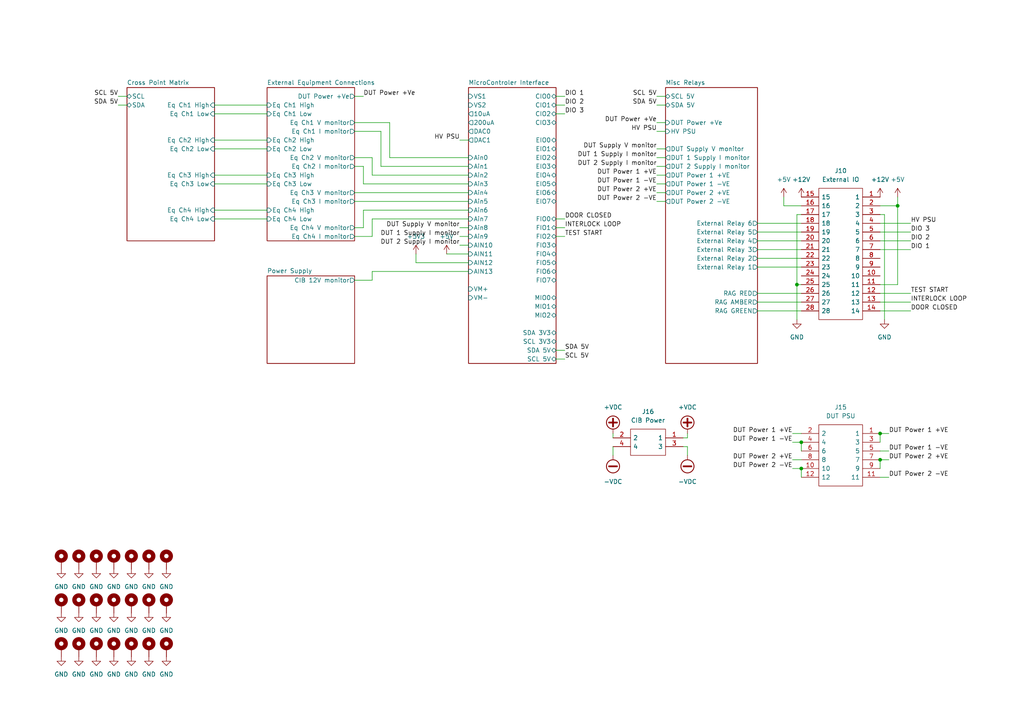
<source format=kicad_sch>
(kicad_sch (version 20211123) (generator eeschema)
  (paper "A4")
  (title_block (title "CIB PCB") (date "2022-05-27") (company "ChargePoint, Inc"))
  (lib_symbols
    (symbol "Component Search Engine:Pluggable Terminal Blocks SDC 2,5{slash} 4-PV-5,0 0-ZB" (pin_names (offset 0.762))
      (property "Reference" "J" (at 16.51 7.62 0))
      (property "Value" "Pluggable Terminal Blocks SDC 2,5{slash} 4-PV-5,0 0-ZB" (at 16.51 5.08 0))
      (symbol "Pluggable Terminal Blocks SDC 2,5{slash} 4-PV-5,0 0-ZB_0_0"
        (pin passive line (at 20.32 0 180) (length 5.08) (name "1") (number "1"))
        (pin passive line (at 0 0 0) (length 5.08) (name "2") (number "2"))
        (pin passive line (at 20.32 -2.54 180) (length 5.08) (name "3") (number "3"))
        (pin passive line (at 0 -2.54 0) (length 5.08) (name "4") (number "4"))
      )
      (symbol "Pluggable Terminal Blocks SDC 2,5{slash} 4-PV-5,0 0-ZB_0_1"
        (polyline (pts (xy 5.08 2.54) (xy 15.24 2.54) (xy 15.24 -5.08) (xy 5.08 -5.08) (xy 5.08 2.54)) (stroke (width 0.1524)))
      )
    )
    (symbol "Component Search Engine:Pluggable Terminal Blocks SDC 2,5{slash}12-PV-5,0 0-ZB" (pin_names (offset 0.762))
      (property "Reference" "J" (at 19.05 7.62 0))
      (property "Value" "Pluggable Terminal Blocks SDC 2,5{slash}12-PV-5,0 0-ZB" (at 19.05 5.08 0))
      (symbol "Pluggable Terminal Blocks SDC 2,5{slash}12-PV-5,0 0-ZB_0_0"
        (pin passive line (at 22.86 0 180) (length 5.08) (name "1") (number "1"))
        (pin passive line (at 0 -10.16 0) (length 5.08) (name "10") (number "10"))
        (pin passive line (at 22.86 -12.7 180) (length 5.08) (name "11") (number "11"))
        (pin passive line (at 0 -12.7 0) (length 5.08) (name "12") (number "12"))
        (pin passive line (at 0 0 0) (length 5.08) (name "2") (number "2"))
        (pin passive line (at 22.86 -2.54 180) (length 5.08) (name "3") (number "3"))
        (pin passive line (at 0 -2.54 0) (length 5.08) (name "4") (number "4"))
        (pin passive line (at 22.86 -5.08 180) (length 5.08) (name "5") (number "5"))
        (pin passive line (at 0 -5.08 0) (length 5.08) (name "6") (number "6"))
        (pin passive line (at 22.86 -7.62 180) (length 5.08) (name "7") (number "7"))
        (pin passive line (at 0 -7.62 0) (length 5.08) (name "8") (number "8"))
        (pin passive line (at 22.86 -10.16 180) (length 5.08) (name "9") (number "9"))
      )
      (symbol "Pluggable Terminal Blocks SDC 2,5{slash}12-PV-5,0 0-ZB_0_1"
        (polyline (pts (xy 5.08 2.54) (xy 17.78 2.54) (xy 17.78 -15.24) (xy 5.08 -15.24) (xy 5.08 2.54)) (stroke (width 0.1524)))
      )
    )
    (symbol "Component Search Engine:Pluggable Terminal Blocks SDDC 1,5{slash} 14-PV-3,5" (pin_names (offset 0.762))
      (property "Reference" "J" (at 19.05 7.62 0))
      (property "Value" "Pluggable Terminal Blocks SDDC 1,5{slash} 14-PV-3,5" (at 19.05 5.08 0))
      (symbol "Pluggable Terminal Blocks SDDC 1,5{slash} 14-PV-3,5_0_0"
        (pin passive line (at 22.86 0 180) (length 5.08) (name "1") (number "1"))
        (pin passive line (at 22.86 -22.86 180) (length 5.08) (name "10") (number "10"))
        (pin passive line (at 22.86 -25.4 180) (length 5.08) (name "11") (number "11"))
        (pin passive line (at 22.86 -27.94 180) (length 5.08) (name "12") (number "12"))
        (pin passive line (at 22.86 -30.48 180) (length 5.08) (name "13") (number "13"))
        (pin passive line (at 22.86 -33.02 180) (length 5.08) (name "14") (number "14"))
        (pin passive line (at 0 0 0) (length 5.08) (name "15") (number "15"))
        (pin passive line (at 0 -2.54 0) (length 5.08) (name "16") (number "16"))
        (pin passive line (at 0 -5.08 0) (length 5.08) (name "17") (number "17"))
        (pin passive line (at 0 -7.62 0) (length 5.08) (name "18") (number "18"))
        (pin passive line (at 0 -10.16 0) (length 5.08) (name "19") (number "19"))
        (pin passive line (at 22.86 -2.54 180) (length 5.08) (name "2") (number "2"))
        (pin passive line (at 0 -12.7 0) (length 5.08) (name "20") (number "20"))
        (pin passive line (at 0 -15.24 0) (length 5.08) (name "21") (number "21"))
        (pin passive line (at 0 -17.78 0) (length 5.08) (name "22") (number "22"))
        (pin passive line (at 0 -20.32 0) (length 5.08) (name "23") (number "23"))
        (pin passive line (at 0 -22.86 0) (length 5.08) (name "24") (number "24"))
        (pin passive line (at 0 -25.4 0) (length 5.08) (name "25") (number "25"))
        (pin passive line (at 0 -27.94 0) (length 5.08) (name "26") (number "26"))
        (pin passive line (at 0 -30.48 0) (length 5.08) (name "27") (number "27"))
        (pin passive line (at 0 -33.02 0) (length 5.08) (name "28") (number "28"))
        (pin passive line (at 22.86 -5.08 180) (length 5.08) (name "3") (number "3"))
        (pin passive line (at 22.86 -7.62 180) (length 5.08) (name "4") (number "4"))
        (pin passive line (at 22.86 -10.16 180) (length 5.08) (name "5") (number "5"))
        (pin passive line (at 22.86 -12.7 180) (length 5.08) (name "6") (number "6"))
        (pin passive line (at 22.86 -15.24 180) (length 5.08) (name "7") (number "7"))
        (pin passive line (at 22.86 -17.78 180) (length 5.08) (name "8") (number "8"))
        (pin passive line (at 22.86 -20.32 180) (length 5.08) (name "9") (number "9"))
      )
      (symbol "Pluggable Terminal Blocks SDDC 1,5{slash} 14-PV-3,5_0_1"
        (polyline (pts (xy 5.08 2.54) (xy 17.78 2.54) (xy 17.78 -35.56) (xy 5.08 -35.56) (xy 5.08 2.54)) (stroke (width 0.1524)))
      )
    )
    (symbol "Mechanical:MountingHole_Pad" (pin_numbers hide) (pin_names (offset 1.016) hide)
      (property "Reference" "H" (at 0 6.35 0))
      (property "Value" "MountingHole_Pad" (at 0 4.445 0))
      (symbol "MountingHole_Pad_0_1"
        (circle (center 0 1.27) (radius 1.27) (stroke (width 1.27)))
      )
      (symbol "MountingHole_Pad_1_1"
        (pin input line (at 0 -2.54 90) (length 2.54) (name "1") (number "1"))
      )
    )
    (symbol "power:+12V" (power) (pin_names (offset 0))
      (property "Value" "+12V" (at 0 3.556 0))
      (symbol "+12V_0_1"
        (polyline (pts (xy -0.762 1.27) (xy 0 2.54)))
        (polyline (pts (xy 0 0) (xy 0 2.54)))
        (polyline (pts (xy 0 2.54) (xy 0.762 1.27)))
      )
      (symbol "+12V_1_1"
        (pin power_in line (at 0 0 90) (length 0) hide (name "+12V") (number "1"))
      )
    )
    (symbol "power:+3V3" (power) (pin_names (offset 0))
      (property "Value" "+3V3" (at 0 3.556 0))
      (symbol "+3V3_0_1"
        (polyline (pts (xy -0.762 1.27) (xy 0 2.54)))
        (polyline (pts (xy 0 0) (xy 0 2.54)))
        (polyline (pts (xy 0 2.54) (xy 0.762 1.27)))
      )
      (symbol "+3V3_1_1"
        (pin power_in line (at 0 0 90) (length 0) hide (name "+3V3") (number "1"))
      )
    )
    (symbol "power:+5V" (power) (pin_names (offset 0))
      (property "Value" "+5V" (at 0 3.556 0))
      (symbol "+5V_0_1"
        (polyline (pts (xy -0.762 1.27) (xy 0 2.54)))
        (polyline (pts (xy 0 0) (xy 0 2.54)))
        (polyline (pts (xy 0 2.54) (xy 0.762 1.27)))
      )
      (symbol "+5V_1_1"
        (pin power_in line (at 0 0 90) (length 0) hide (name "+5V") (number "1"))
      )
    )
    (symbol "power:+VDC" (power) (pin_names (offset 0))
      (property "Value" "+VDC" (at 0 6.35 0))
      (symbol "+VDC_0_1"
        (polyline (pts (xy -1.143 3.175) (xy 1.143 3.175)) (stroke (width 0.508)))
        (polyline (pts (xy 0 0) (xy 0 1.27)))
        (polyline (pts (xy 0 2.032) (xy 0 4.318)) (stroke (width 0.508)))
        (circle (center 0 3.175) (radius 1.905) (stroke (width 0.254)))
      )
      (symbol "+VDC_1_1"
        (pin power_in line (at 0 0 90) (length 0) hide (name "+VDC") (number "1"))
      )
    )
    (symbol "power:-VDC" (power) (pin_names (offset 0))
      (property "Value" "-VDC" (at 0 6.35 0))
      (symbol "-VDC_0_1"
        (polyline (pts (xy -1.143 3.175) (xy 1.143 3.175)) (stroke (width 0.508)))
        (polyline (pts (xy 0 0) (xy 0 1.27)))
        (circle (center 0 3.175) (radius 1.905) (stroke (width 0.254)))
      )
      (symbol "-VDC_1_1"
        (pin power_in line (at 0 0 90) (length 0) hide (name "-VDC") (number "1"))
      )
    )
    (symbol "power:GND" (power) (pin_names (offset 0))
      (property "Value" "GND" (at 0 -3.81 0))
      (symbol "GND_0_1"
        (polyline (pts (xy 0 0) (xy 0 -1.27) (xy 1.27 -1.27) (xy 0 -2.54) (xy -1.27 -1.27) (xy 0 -1.27)))
      )
      (symbol "GND_1_1"
        (pin power_in line (at 0 0 270) (length 0) hide (name "GND") (number "1"))
      )
    )
  )
  (junction (at 232.41 128.27))
  (junction (at 260.35 59.69))
  (junction (at 231.14 82.55))
  (junction (at 255.27 125.73))
  (junction (at 255.27 133.35))
  (junction (at 232.41 135.89))
  (wire (pts (xy 219.71 74.93) (xy 232.41 74.93)))
  (wire (pts (xy 102.87 58.42) (xy 135.89 58.42)))
  (wire (pts (xy 232.41 128.27) (xy 232.41 130.81)))
  (wire (pts (xy 107.95 68.58) (xy 107.95 63.5)))
  (wire (pts (xy 102.87 66.04) (xy 105.41 66.04)))
  (wire (pts (xy 190.5 45.72) (xy 193.04 45.72)))
  (wire (pts (xy 257.81 130.81) (xy 255.27 130.81)))
  (wire (pts (xy 105.41 27.94) (xy 102.87 27.94)))
  (wire (pts (xy 229.87 135.89) (xy 232.41 135.89)))
  (wire (pts (xy 219.71 64.77) (xy 232.41 64.77)))
  (wire (pts (xy 260.35 82.55) (xy 260.35 59.69)))
  (wire (pts (xy 255.27 62.23) (xy 256.54 62.23)))
  (wire (pts (xy 219.71 90.17) (xy 232.41 90.17)))
  (wire (pts (xy 34.29 27.94) (xy 36.83 27.94)))
  (wire (pts (xy 161.29 27.94) (xy 163.83 27.94)))
  (wire (pts (xy 255.27 85.09) (xy 264.16 85.09)))
  (wire (pts (xy 255.27 59.69) (xy 260.35 59.69)))
  (wire (pts (xy 229.87 128.27) (xy 232.41 128.27)))
  (wire (pts (xy 105.41 66.04) (xy 105.41 60.96)))
  (wire (pts (xy 62.23 53.34) (xy 77.47 53.34)))
  (wire (pts (xy 264.16 67.31) (xy 255.27 67.31)))
  (wire (pts (xy 255.27 90.17) (xy 264.16 90.17)))
  (wire (pts (xy 190.5 43.18) (xy 193.04 43.18)))
  (wire (pts (xy 177.8 127) (xy 177.8 125.73)))
  (wire (pts (xy 264.16 69.85) (xy 255.27 69.85)))
  (wire (pts (xy 231.14 92.71) (xy 231.14 82.55)))
  (wire (pts (xy 105.41 53.34) (xy 135.89 53.34)))
  (wire (pts (xy 161.29 66.04) (xy 163.83 66.04)))
  (wire (pts (xy 161.29 101.6) (xy 163.83 101.6)))
  (wire (pts (xy 105.41 60.96) (xy 135.89 60.96)))
  (wire (pts (xy 190.5 58.42) (xy 193.04 58.42)))
  (wire (pts (xy 219.71 67.31) (xy 232.41 67.31)))
  (wire (pts (xy 133.35 71.12) (xy 135.89 71.12)))
  (wire (pts (xy 133.35 40.64) (xy 135.89 40.64)))
  (wire (pts (xy 102.87 55.88) (xy 135.89 55.88)))
  (wire (pts (xy 257.81 125.73) (xy 255.27 125.73)))
  (wire (pts (xy 231.14 62.23) (xy 232.41 62.23)))
  (wire (pts (xy 161.29 104.14) (xy 163.83 104.14)))
  (wire (pts (xy 199.39 127) (xy 199.39 125.73)))
  (wire (pts (xy 161.29 63.5) (xy 163.83 63.5)))
  (wire (pts (xy 102.87 35.56) (xy 113.03 35.56)))
  (wire (pts (xy 190.5 55.88) (xy 193.04 55.88)))
  (wire (pts (xy 219.71 85.09) (xy 232.41 85.09)))
  (wire (pts (xy 102.87 48.26) (xy 105.41 48.26)))
  (wire (pts (xy 62.23 40.64) (xy 77.47 40.64)))
  (wire (pts (xy 229.87 125.73) (xy 232.41 125.73)))
  (wire (pts (xy 231.14 82.55) (xy 231.14 62.23)))
  (wire (pts (xy 102.87 45.72) (xy 107.95 45.72)))
  (wire (pts (xy 190.5 48.26) (xy 193.04 48.26)))
  (wire (pts (xy 255.27 125.73) (xy 255.27 128.27)))
  (wire (pts (xy 107.95 81.28) (xy 107.95 78.74)))
  (wire (pts (xy 255.27 82.55) (xy 260.35 82.55)))
  (wire (pts (xy 256.54 62.23) (xy 256.54 92.71)))
  (wire (pts (xy 120.65 76.2) (xy 120.65 73.66)))
  (wire (pts (xy 62.23 60.96) (xy 77.47 60.96)))
  (wire (pts (xy 227.33 57.15) (xy 227.33 59.69)))
  (wire (pts (xy 190.5 50.8) (xy 193.04 50.8)))
  (wire (pts (xy 102.87 38.1) (xy 110.49 38.1)))
  (wire (pts (xy 219.71 72.39) (xy 232.41 72.39)))
  (wire (pts (xy 232.41 135.89) (xy 232.41 138.43)))
  (wire (pts (xy 62.23 63.5) (xy 77.47 63.5)))
  (wire (pts (xy 190.5 30.48) (xy 193.04 30.48)))
  (wire (pts (xy 190.5 53.34) (xy 193.04 53.34)))
  (wire (pts (xy 198.12 127) (xy 199.39 127)))
  (wire (pts (xy 133.35 68.58) (xy 135.89 68.58)))
  (wire (pts (xy 161.29 33.02) (xy 163.83 33.02)))
  (wire (pts (xy 110.49 38.1) (xy 110.49 48.26)))
  (wire (pts (xy 198.12 129.54) (xy 199.39 129.54)))
  (wire (pts (xy 62.23 50.8) (xy 77.47 50.8)))
  (wire (pts (xy 219.71 77.47) (xy 232.41 77.47)))
  (wire (pts (xy 105.41 48.26) (xy 105.41 53.34)))
  (wire (pts (xy 129.54 73.66) (xy 135.89 73.66)))
  (wire (pts (xy 219.71 87.63) (xy 232.41 87.63)))
  (wire (pts (xy 257.81 133.35) (xy 255.27 133.35)))
  (wire (pts (xy 110.49 48.26) (xy 135.89 48.26)))
  (wire (pts (xy 257.81 138.43) (xy 255.27 138.43)))
  (wire (pts (xy 161.29 30.48) (xy 163.83 30.48)))
  (wire (pts (xy 113.03 45.72) (xy 135.89 45.72)))
  (wire (pts (xy 133.35 66.04) (xy 135.89 66.04)))
  (wire (pts (xy 190.5 35.56) (xy 193.04 35.56)))
  (wire (pts (xy 264.16 64.77) (xy 255.27 64.77)))
  (wire (pts (xy 264.16 72.39) (xy 255.27 72.39)))
  (wire (pts (xy 62.23 30.48) (xy 77.47 30.48)))
  (wire (pts (xy 120.65 76.2) (xy 135.89 76.2)))
  (wire (pts (xy 227.33 59.69) (xy 232.41 59.69)))
  (wire (pts (xy 229.87 133.35) (xy 232.41 133.35)))
  (wire (pts (xy 62.23 43.18) (xy 77.47 43.18)))
  (wire (pts (xy 34.29 30.48) (xy 36.83 30.48)))
  (wire (pts (xy 190.5 38.1) (xy 193.04 38.1)))
  (wire (pts (xy 177.8 129.54) (xy 177.8 132.08)))
  (wire (pts (xy 255.27 133.35) (xy 255.27 135.89)))
  (wire (pts (xy 260.35 59.69) (xy 260.35 57.15)))
  (wire (pts (xy 161.29 68.58) (xy 163.83 68.58)))
  (wire (pts (xy 107.95 50.8) (xy 135.89 50.8)))
  (wire (pts (xy 190.5 27.94) (xy 193.04 27.94)))
  (wire (pts (xy 102.87 81.28) (xy 107.95 81.28)))
  (wire (pts (xy 219.71 69.85) (xy 232.41 69.85)))
  (wire (pts (xy 231.14 82.55) (xy 232.41 82.55)))
  (wire (pts (xy 113.03 35.56) (xy 113.03 45.72)))
  (wire (pts (xy 62.23 33.02) (xy 77.47 33.02)))
  (wire (pts (xy 107.95 78.74) (xy 135.89 78.74)))
  (wire (pts (xy 199.39 129.54) (xy 199.39 132.08)))
  (wire (pts (xy 107.95 45.72) (xy 107.95 50.8)))
  (wire (pts (xy 102.87 68.58) (xy 107.95 68.58)))
  (wire (pts (xy 255.27 87.63) (xy 264.16 87.63)))
  (wire (pts (xy 107.95 63.5) (xy 135.89 63.5)))
  (label "DIO 3" (at 163.83 33.02 0))
  (label "DUT Power 2 -VE" (at 229.87 135.89 180))
  (label "DUT 1 Supply I monitor" (at 133.35 68.58 180))
  (label "TEST START" (at 264.16 85.09 0))
  (label "DOOR CLOSED" (at 163.83 63.5 0))
  (label "DUT Power +Ve" (at 105.41 27.94 0))
  (label "DUT Power 1 -VE" (at 257.81 130.81 0))
  (label "INTERLOCK LOOP" (at 264.16 87.63 0))
  (label "DUT Power 2 -VE" (at 190.5 58.42 180))
  (label "DUT Power 1 +VE" (at 229.87 125.73 180))
  (label "DUT 2 Supply I monitor" (at 133.35 71.12 180))
  (label "DUT Power 2 +VE" (at 190.5 55.88 180))
  (label "DUT Power 2 +VE" (at 257.81 133.35 0))
  (label "HV PSU" (at 264.16 64.77 0))
  (label "DIO 3" (at 264.16 67.31 0))
  (label "DOOR CLOSED" (at 264.16 90.17 0))
  (label "DIO 1" (at 163.83 27.94 0))
  (label "SCL 5V" (at 163.83 104.14 0))
  (label "SCL 5V" (at 190.5 27.94 180))
  (label "HV PSU" (at 190.5 38.1 180))
  (label "DUT Power 2 +VE" (at 229.87 133.35 180))
  (label "DIO 2" (at 264.16 69.85 0))
  (label "INTERLOCK LOOP" (at 163.83 66.04 0))
  (label "DUT Power 1 -VE" (at 190.5 53.34 180))
  (label "DUT 1 Supply I monitor" (at 190.5 45.72 180))
  (label "SDA 5V" (at 163.83 101.6 0))
  (label "SDA 5V" (at 190.5 30.48 180))
  (label "DIO 1" (at 264.16 72.39 0))
  (label "DUT Power 2 -VE" (at 257.81 138.43 0))
  (label "DUT Power 1 -VE" (at 229.87 128.27 180))
  (label "DUT Supply V monitor" (at 133.35 66.04 180))
  (label "SCL 5V" (at 34.29 27.94 180))
  (label "SDA 5V" (at 34.29 30.48 180))
  (label "DIO 2" (at 163.83 30.48 0))
  (label "TEST START" (at 163.83 68.58 0))
  (label "DUT Power +Ve" (at 190.5 35.56 180))
  (label "DUT Power 1 +VE" (at 257.81 125.73 0))
  (label "DUT 2 Supply I monitor" (at 190.5 48.26 180))
  (label "DUT Power 1 +VE" (at 190.5 50.8 180))
  (label "HV PSU" (at 133.35 40.64 180))
  (label "DUT Supply V monitor" (at 190.5 43.18 180))
  (symbol (lib_id "Mechanical:MountingHole_Pad") (at 48.26 162.56 0) (unit 1)
    (property "Reference" "H19" (effects hide))
    (property "Value" "M4" (effects hide))
    (property "Footprint" "MountingHole:MountingHole_4.3mm_M4_DIN965_Pad" (effects hide))
    (property "Description" "4mm ⌀ Mounting Holes" (effects hide))
  )
  (symbol (lib_id "power:GND") (at 48.26 177.8 0) (unit 1)
    (property "Reference" "#PWR0380" (effects hide))
    (property "Value" "GND" (at 48.26 182.88 0))
  )
  (symbol (lib_id "power:+5V") (at 129.54 73.66 0) (unit 1)
    (property "Reference" "#PWR0201" (effects hide))
    (property "Value" "+5V" (at 129.54 68.58 0))
  )
  (symbol (lib_id "power:GND") (at 17.78 177.8 0) (unit 1)
    (property "Reference" "#PWR04" (effects hide))
    (property "Value" "GND" (at 17.78 182.88 0))
  )
  (symbol (lib_id "power:GND") (at 43.18 165.1 0) (unit 1)
    (property "Reference" "#PWR0401" (effects hide))
    (property "Value" "GND" (at 43.18 170.18 0))
  )
  (symbol (lib_id "power:GND") (at 43.18 190.5 0) (unit 1)
    (property "Reference" "#PWR0402" (effects hide))
    (property "Value" "GND" (at 43.18 195.58 0))
  )
  (symbol (lib_id "power:GND") (at 48.26 165.1 0) (unit 1)
    (property "Reference" "#PWR0379" (effects hide))
    (property "Value" "GND" (at 48.26 170.18 0))
  )
  (symbol (lib_id "Mechanical:MountingHole_Pad") (at 38.1 187.96 0) (unit 1)
    (property "Reference" "H15" (effects hide))
    (property "Value" "M4" (effects hide))
    (property "Footprint" "MountingHole:MountingHole_4.3mm_M4_DIN965_Pad" (effects hide))
    (property "Description" "4mm ⌀ Mounting Holes" (effects hide))
  )
  (symbol (lib_id "Mechanical:MountingHole_Pad") (at 43.18 175.26 0) (unit 1)
    (property "Reference" "H17" (effects hide))
    (property "Value" "M4" (effects hide))
    (property "Footprint" "MountingHole:MountingHole_4.3mm_M4_DIN965_Pad" (effects hide))
    (property "Description" "4mm ⌀ Mounting Holes" (effects hide))
  )
  (symbol (lib_id "Mechanical:MountingHole_Pad") (at 48.26 187.96 0) (unit 1)
    (property "Reference" "H21" (effects hide))
    (property "Value" "M4" (effects hide))
    (property "Footprint" "MountingHole:MountingHole_4.3mm_M4_DIN965_Pad" (effects hide))
    (property "Description" "4mm ⌀ Mounting Holes" (effects hide))
  )
  (symbol (lib_id "power:GND") (at 22.86 177.8 0) (unit 1)
    (property "Reference" "#PWR05" (effects hide))
    (property "Value" "GND" (at 22.86 182.88 0))
  )
  (symbol (lib_id "Component Search Engine:Pluggable Terminal Blocks SDDC 1,5{slash} 14-PV-3,5") (at 232.41 57.15 0) (unit 1)
    (property "Reference" "J10" (at 243.84 49.53 0))
    (property "Value" "External IO" (at 243.84 52.07 0))
    (property "Footprint" "Component Search Engine:Pluggable Terminal Blocks SDDC 1,5 14-PV-3,5" (effects hide))
    (property "Datasheet" "https://datasheet.datasheetarchive.com/originals/distributors/DKDS-4/71074.pdf" (effects hide))
    (property "Description" "Pluggable Terminal Blocks SDDC 1,5/ 14-PV-3,5" (effects hide))
    (property "Manufacturer" "Phoenix Contact" (effects hide))
    (property "Manufacturer #" "1848684" (effects hide))
    (property "Mouser Part Number" "651-1848765" (effects hide))
    (property "Mouser Price/Stock" "https://www.mouser.co.uk/ProductDetail/Phoenix-Contact/1848765?qs=0kYgdqhPduEzMECWyGhNIA%3D%3D" (effects hide))
    (property "Arrow Part Number" "1848684" (effects hide))
    (property "Arrow Price/Stock" "https://www.arrow.com/en/products/1848684/phoenix-contact?region=nac" (effects hide))
    (property "Manufacturer_Part_Number" "1848765" (effects hide))
  )
  (symbol (lib_id "Mechanical:MountingHole_Pad") (at 22.86 175.26 0) (unit 1)
    (property "Reference" "H5" (effects hide))
    (property "Value" "M4" (effects hide))
    (property "Footprint" "MountingHole:MountingHole_4.3mm_M4_DIN965_Pad" (effects hide))
    (property "Description" "4mm ⌀ Mounting Holes" (effects hide))
  )
  (symbol (lib_id "power:GND") (at 17.78 190.5 0) (unit 1)
    (property "Reference" "#PWR07" (effects hide))
    (property "Value" "GND" (at 17.78 195.58 0))
  )
  (symbol (lib_id "power:GND") (at 231.14 92.71 0) (unit 1)
    (property "Reference" "#PWR0416" (effects hide))
    (property "Value" "GND" (at 231.14 97.79 0))
  )
  (symbol (lib_id "Mechanical:MountingHole_Pad") (at 33.02 162.56 0) (unit 1)
    (property "Reference" "H10" (effects hide))
    (property "Value" "M4" (effects hide))
    (property "Footprint" "MountingHole:MountingHole_4.3mm_M4_DIN965_Pad" (effects hide))
    (property "Description" "4mm ⌀ Mounting Holes" (effects hide))
  )
  (symbol (lib_id "Mechanical:MountingHole_Pad") (at 27.94 162.56 0) (unit 1)
    (property "Reference" "H3" (effects hide))
    (property "Value" "M4" (effects hide))
    (property "Footprint" "MountingHole:MountingHole_4.3mm_M4_DIN965_Pad" (effects hide))
    (property "Description" "4mm ⌀ Mounting Holes" (effects hide))
  )
  (symbol (lib_id "power:+5V") (at 260.35 57.15 0) (unit 1)
    (property "Reference" "#PWR0417" (effects hide))
    (property "Value" "+5V" (at 260.35 52.07 0))
  )
  (symbol (lib_id "power:-VDC") (at 177.8 132.08 180) (unit 1)
    (property "Reference" "#PWR0204" (effects hide))
    (property "Value" "-VDC" (at 177.8 139.7 0))
  )
  (symbol (lib_id "Mechanical:MountingHole_Pad") (at 33.02 187.96 0) (unit 1)
    (property "Reference" "H14" (effects hide))
    (property "Value" "M4" (effects hide))
    (property "Footprint" "MountingHole:MountingHole_4.3mm_M4_DIN965_Pad" (effects hide))
    (property "Description" "4mm ⌀ Mounting Holes" (effects hide))
  )
  (symbol (lib_id "power:-VDC") (at 199.39 132.08 180) (unit 1)
    (property "Reference" "#PWR0394" (effects hide))
    (property "Value" "-VDC" (at 199.39 139.7 0))
  )
  (symbol (lib_id "power:GND") (at 27.94 190.5 0) (unit 1)
    (property "Reference" "#PWR09" (effects hide))
    (property "Value" "GND" (at 27.94 195.58 0))
  )
  (symbol (lib_id "Mechanical:MountingHole_Pad") (at 22.86 162.56 0) (unit 1)
    (property "Reference" "H2" (effects hide))
    (property "Value" "M4" (effects hide))
    (property "Footprint" "MountingHole:MountingHole_4.3mm_M4_DIN965_Pad" (effects hide))
    (property "Description" "4mm ⌀ Mounting Holes" (effects hide))
  )
  (symbol (lib_id "power:GND") (at 38.1 190.5 0) (unit 1)
    (property "Reference" "#PWR0368" (effects hide))
    (property "Value" "GND" (at 38.1 195.58 0))
  )
  (symbol (lib_id "Component Search Engine:Pluggable Terminal Blocks SDC 2,5{slash} 4-PV-5,0 0-ZB") (at 177.8 127 0) (unit 1)
    (property "Reference" "J16" (at 187.96 119.38 0))
    (property "Value" "CIB Power" (at 187.96 121.92 0))
    (property "Footprint" "1864053" (effects hide))
    (property "Datasheet" "https://datasheet.datasheetarchive.com/originals/distributors/DKDS-4/71512.pdf" (effects hide))
    (property "Description" "Push spring connector 5mm pitch 4 way Phoenix Contact SDC Series 5mm Pitch Straight Pluggable Terminal Block, Plug with Plug In Termination, PCB Mount, 4 Way" (effects hide))
    (property "Manufacturer" "Phoenix Contact" (effects hide))
    (property "Manufacturer #" "1848684" (effects hide))
    (property "Mouser Part Number" "651-1864053" (effects hide))
    (property "Mouser Price/Stock" "https://www.mouser.co.uk/ProductDetail/Phoenix-Contact/1864053?qs=k%252BwXAfPrzCnElnWx0AGzqw%3D%3D" (effects hide))
    (property "Arrow Part Number" "1864053" (effects hide))
    (property "Arrow Price/Stock" "https://www.arrow.com/en/products/1864053/phoenix-contact" (effects hide))
    (property "Manufacturer_Part_Number" "1864053" (effects hide))
  )
  (symbol (lib_id "Mechanical:MountingHole_Pad") (at 27.94 187.96 0) (unit 1)
    (property "Reference" "H9" (effects hide))
    (property "Value" "M4" (effects hide))
    (property "Footprint" "MountingHole:MountingHole_4.3mm_M4_DIN965_Pad" (effects hide))
    (property "Description" "4mm ⌀ Mounting Holes" (effects hide))
  )
  (symbol (lib_id "power:GND") (at 33.02 165.1 0) (unit 1)
    (property "Reference" "#PWR0365" (effects hide))
    (property "Value" "GND" (at 33.02 170.18 0))
  )
  (symbol (lib_id "power:GND") (at 38.1 165.1 0) (unit 1)
    (property "Reference" "#PWR0366" (effects hide))
    (property "Value" "GND" (at 38.1 170.18 0))
  )
  (symbol (lib_id "Mechanical:MountingHole_Pad") (at 17.78 162.56 0) (unit 1)
    (property "Reference" "H1" (effects hide))
    (property "Value" "M4" (effects hide))
    (property "Footprint" "MountingHole:MountingHole_4.3mm_M4_DIN965_Pad" (effects hide))
    (property "Description" "4mm ⌀ Mounting Holes" (effects hide))
  )
  (symbol (lib_id "power:GND") (at 33.02 190.5 0) (unit 1)
    (property "Reference" "#PWR0367" (effects hide))
    (property "Value" "GND" (at 33.02 195.58 0))
  )
  (symbol (lib_id "power:+3V3") (at 120.65 73.66 0) (unit 1)
    (property "Reference" "#PWR0200" (effects hide))
    (property "Value" "+3V3" (at 120.65 68.58 0))
  )
  (symbol (lib_id "Mechanical:MountingHole_Pad") (at 38.1 162.56 0) (unit 1)
    (property "Reference" "H11" (effects hide))
    (property "Value" "M4" (effects hide))
    (property "Footprint" "MountingHole:MountingHole_4.3mm_M4_DIN965_Pad" (effects hide))
    (property "Description" "4mm ⌀ Mounting Holes" (effects hide))
  )
  (symbol (lib_id "power:+VDC") (at 199.39 125.73 0) (unit 1)
    (property "Reference" "#PWR0378" (effects hide))
    (property "Value" "+VDC" (at 199.39 118.11 0))
  )
  (symbol (lib_id "power:GND") (at 27.94 165.1 0) (unit 1)
    (property "Reference" "#PWR03" (effects hide))
    (property "Value" "GND" (at 27.94 170.18 0))
  )
  (symbol (lib_id "power:GND") (at 22.86 190.5 0) (unit 1)
    (property "Reference" "#PWR08" (effects hide))
    (property "Value" "GND" (at 22.86 195.58 0))
  )
  (symbol (lib_id "Mechanical:MountingHole_Pad") (at 38.1 175.26 0) (unit 1)
    (property "Reference" "H13" (effects hide))
    (property "Value" "M4" (effects hide))
    (property "Footprint" "MountingHole:MountingHole_4.3mm_M4_DIN965_Pad" (effects hide))
    (property "Description" "4mm ⌀ Mounting Holes" (effects hide))
  )
  (symbol (lib_id "Mechanical:MountingHole_Pad") (at 33.02 175.26 0) (unit 1)
    (property "Reference" "H12" (effects hide))
    (property "Value" "M4" (effects hide))
    (property "Footprint" "MountingHole:MountingHole_4.3mm_M4_DIN965_Pad" (effects hide))
    (property "Description" "4mm ⌀ Mounting Holes" (effects hide))
  )
  (symbol (lib_id "Mechanical:MountingHole_Pad") (at 22.86 187.96 0) (unit 1)
    (property "Reference" "H8" (effects hide))
    (property "Value" "M4" (effects hide))
    (property "Footprint" "MountingHole:MountingHole_4.3mm_M4_DIN965_Pad" (effects hide))
    (property "Description" "4mm ⌀ Mounting Holes" (effects hide))
  )
  (symbol (lib_id "power:GND") (at 43.18 177.8 0) (unit 1)
    (property "Reference" "#PWR0403" (effects hide))
    (property "Value" "GND" (at 43.18 182.88 0))
  )
  (symbol (lib_id "power:GND") (at 256.54 92.71 0) (unit 1)
    (property "Reference" "#PWR0203" (effects hide))
    (property "Value" "GND" (at 256.54 97.79 0))
  )
  (symbol (lib_id "Mechanical:MountingHole_Pad") (at 17.78 175.26 0) (unit 1)
    (property "Reference" "H4" (effects hide))
    (property "Value" "M4" (effects hide))
    (property "Footprint" "MountingHole:MountingHole_4.3mm_M4_DIN965_Pad" (effects hide))
    (property "Description" "4mm ⌀ Mounting Holes" (effects hide))
  )
  (symbol (lib_id "power:+VDC") (at 177.8 125.73 0) (unit 1)
    (property "Reference" "#PWR0377" (effects hide))
    (property "Value" "+VDC" (at 177.8 118.11 0))
  )
  (symbol (lib_id "Mechanical:MountingHole_Pad") (at 43.18 162.56 0) (unit 1)
    (property "Reference" "H16" (effects hide))
    (property "Value" "M4" (effects hide))
    (property "Footprint" "MountingHole:MountingHole_4.3mm_M4_DIN965_Pad" (effects hide))
    (property "Description" "4mm ⌀ Mounting Holes" (effects hide))
  )
  (symbol (lib_id "Mechanical:MountingHole_Pad") (at 48.26 175.26 0) (unit 1)
    (property "Reference" "H20" (effects hide))
    (property "Value" "M4" (effects hide))
    (property "Footprint" "MountingHole:MountingHole_4.3mm_M4_DIN965_Pad" (effects hide))
    (property "Description" "4mm ⌀ Mounting Holes" (effects hide))
  )
  (symbol (lib_id "power:GND") (at 48.26 190.5 0) (unit 1)
    (property "Reference" "#PWR0381" (effects hide))
    (property "Value" "GND" (at 48.26 195.58 0))
  )
  (symbol (lib_id "Mechanical:MountingHole_Pad") (at 17.78 187.96 0) (unit 1)
    (property "Reference" "H7" (effects hide))
    (property "Value" "M4" (effects hide))
    (property "Footprint" "MountingHole:MountingHole_4.3mm_M4_DIN965_Pad" (effects hide))
    (property "Description" "4mm ⌀ Mounting Holes" (effects hide))
  )
  (symbol (lib_id "power:GND") (at 22.86 165.1 0) (unit 1)
    (property "Reference" "#PWR02" (effects hide))
    (property "Value" "GND" (at 22.86 170.18 0))
  )
  (symbol (lib_id "Mechanical:MountingHole_Pad") (at 43.18 187.96 0) (unit 1)
    (property "Reference" "H18" (effects hide))
    (property "Value" "M4" (effects hide))
    (property "Footprint" "MountingHole:MountingHole_4.3mm_M4_DIN965_Pad" (effects hide))
    (property "Description" "4mm ⌀ Mounting Holes" (effects hide))
  )
  (symbol (lib_id "power:+12V") (at 232.41 57.15 0) (unit 1)
    (property "Reference" "#PWR0418" (effects hide))
    (property "Value" "+12V" (at 232.41 52.07 0))
  )
  (symbol (lib_id "Component Search Engine:Pluggable Terminal Blocks SDC 2,5{slash}12-PV-5,0 0-ZB") (at 232.41 125.73 0) (unit 1)
    (property "Reference" "J15" (at 243.84 118.11 0))
    (property "Value" "DUT PSU" (at 243.84 120.65 0))
    (property "Footprint" "Component Search Engine:Pluggable Terminal Blocks SDC 2,5 12-PV-5,0 0-ZB" (effects hide))
    (property "Datasheet" "https://www.phoenixcontact.com/online/portal/us/?uri=pxc-oc-itemdetail:pid=1864134&library=usen&pcck=P-11-02-11&tab=1&selectedCategory=ALL" (effects hide))
    (property "Description" "PCB direct plug, nominal cross section: 2.5 mm?, color: green, nominal current: 12 A, rated voltage (III/2): 320 V, contact surface: Tin, Number of potentials: 12, Number of rows: 1, Number of positions per row: 12, number of connections: 12, product range: SDC 2,5/..-PV, pitch: 5 mm, connection method: Push-in spring connection, mounting: SKEDD - Direct plug-in technology, conductor/PCB connection direction: 90 ?, pin layout: Zigzag pinning W, solder pin [P]: 4.7 mm, Stecksystem: SKEDD, Locking: Snap-in lo" (effects hide))
    (property "Manufacturer" "Phoenix Contact" (effects hide))
    (property "Manufacturer #" "1864134" (effects hide))
    (property "Height" "16" (effects hide))
    (property "Mouser Part Number" "651-1864134" (effects hide))
    (property "Mouser Price/Stock" "https://www.mouser.co.uk/ProductDetail/Phoenix-Contact/1864134?qs=k%252BwXAfPrzCmVYT8Zg0WKYg%3D%3D" (effects hide))
    (property "Arrow Part Number" "1864134" (effects hide))
    (property "Arrow Price/Stock" "https://www.arrow.com/en/products/1864134/phoenix-contact" (effects hide))
  )
  (symbol (lib_id "power:+12V") (at 255.27 57.15 0) (unit 1)
    (property "Reference" "#PWR0202" (effects hide))
    (property "Value" "+12V" (at 255.27 52.07 0))
  )
  (symbol (lib_id "power:GND") (at 27.94 177.8 0) (unit 1)
    (property "Reference" "#PWR06" (effects hide))
    (property "Value" "GND" (at 27.94 182.88 0))
  )
  (symbol (lib_id "power:+5V") (at 227.33 57.15 0) (unit 1)
    (property "Reference" "#PWR0419" (effects hide))
    (property "Value" "+5V" (at 227.33 52.07 0))
  )
  (symbol (lib_id "Mechanical:MountingHole_Pad") (at 27.94 175.26 0) (unit 1)
    (property "Reference" "H6" (effects hide))
    (property "Value" "M4" (effects hide))
    (property "Footprint" "MountingHole:MountingHole_4.3mm_M4_DIN965_Pad" (effects hide))
    (property "Description" "4mm ⌀ Mounting Holes" (effects hide))
  )
  (symbol (lib_id "power:GND") (at 17.78 165.1 0) (unit 1)
    (property "Reference" "#PWR01" (effects hide))
    (property "Value" "GND" (at 17.78 170.18 0))
  )
  (symbol (lib_id "power:GND") (at 38.1 177.8 0) (unit 1)
    (property "Reference" "#PWR0371" (effects hide))
    (property "Value" "GND" (at 38.1 182.88 0))
  )
  (symbol (lib_id "power:GND") (at 33.02 177.8 0) (unit 1)
    (property "Reference" "#PWR0370" (effects hide))
    (property "Value" "GND" (at 33.02 182.88 0))
  )
  (sheet (at 135.89 25.4) (size 25.4 80.01) (stroke (width 0.1524))
    (property "Sheet name" "MicroControler Interface" (at 135.89 24.6884 0) (effects (justify left bottom)))
    (property "Sheet file" "MicroControler Interface.kicad_sch" (effects hide))
    (pin "10uA" output (at 135.89 33.02 180))
    (pin "200uA" output (at 135.89 35.56 180))
    (pin "Ain4" input (at 135.89 55.88 180))
    (pin "Ain2" input (at 135.89 50.8 180))
    (pin "Ain3" input (at 135.89 53.34 180))
    (pin "Ain5" input (at 135.89 58.42 180))
    (pin "Ain0" input (at 135.89 45.72 180))
    (pin "DAC0" output (at 135.89 38.1 180))
    (pin "DAC1" output (at 135.89 40.64 180))
    (pin "Ain1" input (at 135.89 48.26 180))
    (pin "Ain9" input (at 135.89 68.58 180))
    (pin "Ain8" input (at 135.89 66.04 180))
    (pin "Ain7" input (at 135.89 63.5 180))
    (pin "Ain6" input (at 135.89 60.96 180))
    (pin "VM+" input (at 135.89 83.82 180))
    (pin "VM-" input (at 135.89 86.36 180))
    (pin "AIN11" input (at 135.89 73.66 180))
    (pin "AIN12" input (at 135.89 76.2 180))
    (pin "AIN10" input (at 135.89 71.12 180))
    (pin "AIN13" input (at 135.89 78.74 180))
    (pin "CIO0" bidirectional (at 161.29 27.94 0))
    (pin "CIO2" bidirectional (at 161.29 33.02 0))
    (pin "CIO1" bidirectional (at 161.29 30.48 0))
    (pin "CIO3" bidirectional (at 161.29 35.56 0))
    (pin "EIO0" bidirectional (at 161.29 40.64 0))
    (pin "EIO3" bidirectional (at 161.29 48.26 0))
    (pin "EIO2" bidirectional (at 161.29 45.72 0))
    (pin "EIO1" bidirectional (at 161.29 43.18 0))
    (pin "EIO7" bidirectional (at 161.29 58.42 0))
    (pin "EIO4" bidirectional (at 161.29 50.8 0))
    (pin "EIO5" bidirectional (at 161.29 53.34 0))
    (pin "EIO6" bidirectional (at 161.29 55.88 0))
    (pin "FIO6" bidirectional (at 161.29 78.74 0))
    (pin "FIO7" bidirectional (at 161.29 81.28 0))
    (pin "FIO5" bidirectional (at 161.29 76.2 0))
    (pin "FIO2" bidirectional (at 161.29 68.58 0))
    (pin "FIO3" bidirectional (at 161.29 71.12 0))
    (pin "FIO4" bidirectional (at 161.29 73.66 0))
    (pin "FIO0" bidirectional (at 161.29 63.5 0))
    (pin "FIO1" bidirectional (at 161.29 66.04 0))
    (pin "MIO1" bidirectional (at 161.29 88.9 0))
    (pin "MIO0" bidirectional (at 161.29 86.36 0))
    (pin "MIO2" bidirectional (at 161.29 91.44 0))
    (pin "SDA 5V" bidirectional (at 161.29 101.6 0))
    (pin "SCL 5V" bidirectional (at 161.29 104.14 0))
    (pin "SDA 3V3" bidirectional (at 161.29 96.52 0))
    (pin "SCL 3V3" bidirectional (at 161.29 99.06 0))
    (pin "VS1" input (at 135.89 27.94 180))
    (pin "VS2" input (at 135.89 30.48 180))
  )
  (sheet (at 193.04 25.4) (size 26.67 80.01) (stroke (width 0.1524))
    (property "Sheet name" "Misc Relays" (at 193.04 24.6884 0) (effects (justify left bottom)))
    (property "Sheet file" "misc relays.kicad_sch" (effects hide))
    (pin "DUT Power +Ve" input (at 193.04 35.56 180))
    (pin "HV PSU" input (at 193.04 38.1 180))
    (pin "DUT Supply V monitor" output (at 193.04 43.18 180))
    (pin "DUT Power 1 -VE" output (at 193.04 53.34 180))
    (pin "DUT 2 Supply I monitor" output (at 193.04 48.26 180))
    (pin "DUT Power 1 +VE" output (at 193.04 50.8 180))
    (pin "DUT Power 2 +VE" output (at 193.04 55.88 180))
    (pin "DUT Power 2 -VE" output (at 193.04 58.42 180))
    (pin "DUT 1 Supply I monitor" output (at 193.04 45.72 180))
    (pin "External Relay 6" output (at 219.71 64.77 0))
    (pin "External Relay 5" output (at 219.71 67.31 0))
    (pin "External Relay 2" output (at 219.71 74.93 0))
    (pin "External Relay 1" output (at 219.71 77.47 0))
    (pin "External Relay 3" output (at 219.71 72.39 0))
    (pin "External Relay 4" output (at 219.71 69.85 0))
    (pin "SDA 5V" bidirectional (at 193.04 30.48 180))
    (pin "SCL 5V" bidirectional (at 193.04 27.94 180))
    (pin "RAG AMBER" output (at 219.71 87.63 0))
    (pin "RAG GREEN" output (at 219.71 90.17 0))
    (pin "RAG RED" output (at 219.71 85.09 0))
  )
  (sheet (at 77.47 80.01) (size 25.4 25.4) (stroke (width 0.1524))
    (property "Sheet name" "Power Supply" (at 77.47 79.2984 0) (effects (justify left bottom)))
    (property "Sheet file" "CIB PSU.kicad_sch" (effects hide))
    (pin "CIB 12V monitor" output (at 102.87 81.28 0))
  )
  (sheet (at 36.83 25.4) (size 25.4 44.45) (stroke (width 0.1524))
    (property "Sheet name" "Cross Point Matrix" (at 36.83 24.6884 0) (effects (justify left bottom)))
    (property "Sheet file" "Cross Point Matrix.kicad_sch" (effects hide))
    (pin "SCL" bidirectional (at 36.83 27.94 180))
    (pin "SDA" bidirectional (at 36.83 30.48 180))
    (pin "Eq Ch4 Low" input (at 62.23 63.5 0))
    (pin "Eq Ch4 High" input (at 62.23 60.96 0))
    (pin "Eq Ch3 Low" input (at 62.23 53.34 0))
    (pin "Eq Ch2 Low" input (at 62.23 43.18 0))
    (pin "Eq Ch3 High" input (at 62.23 50.8 0))
    (pin "Eq Ch1 High" input (at 62.23 30.48 0))
    (pin "Eq Ch1 Low" input (at 62.23 33.02 0))
    (pin "Eq Ch2 High" input (at 62.23 40.64 0))
  )
  (sheet (at 77.47 25.4) (size 25.4 44.45) (stroke (width 0.1524))
    (property "Sheet name" "External Equipment Connections" (at 77.47 24.6884 0) (effects (justify left bottom)))
    (property "Sheet file" "External Equipment Connections.kicad_sch" (effects hide))
    (pin "Eq Ch4 High" input (at 77.47 60.96 180))
    (pin "Eq Ch3 High" input (at 77.47 50.8 180))
    (pin "Eq Ch1 High" input (at 77.47 30.48 180))
    (pin "Eq Ch2 High" input (at 77.47 40.64 180))
    (pin "Eq Ch4 Low" input (at 77.47 63.5 180))
    (pin "Eq Ch3 Low" input (at 77.47 53.34 180))
    (pin "Eq Ch2 Low" input (at 77.47 43.18 180))
    (pin "Eq Ch1 Low" input (at 77.47 33.02 180))
    (pin "Eq Ch1 V monitor" output (at 102.87 35.56 0))
    (pin "Eq Ch2 V monitor" output (at 102.87 45.72 0))
    (pin "Eq Ch3 I monitor" output (at 102.87 58.42 0))
    (pin "Eq Ch4 I monitor" output (at 102.87 68.58 0))
    (pin "Eq Ch2 I monitor" output (at 102.87 48.26 0))
    (pin "Eq Ch1 I monitor" output (at 102.87 38.1 0))
    (pin "Eq Ch4 V monitor" output (at 102.87 66.04 0))
    (pin "DUT Power +Ve" output (at 102.87 27.94 0))
    (pin "Eq Ch3 V monitor" output (at 102.87 55.88 0))
  )
)
</source>
